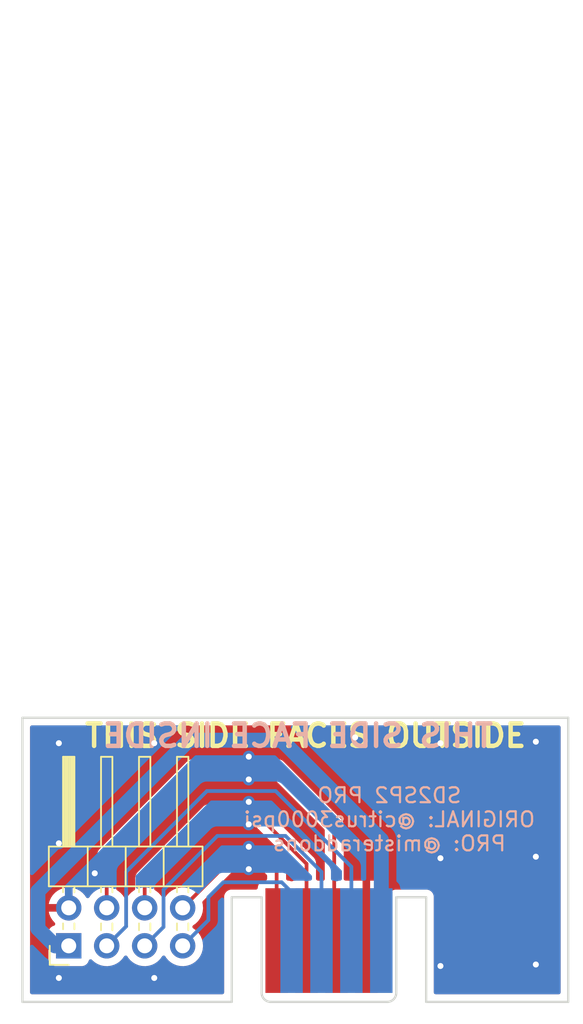
<source format=kicad_pcb>
(kicad_pcb (version 20211014) (generator pcbnew)
  (layers (0 "F.Cu" signal) (31 "B.Cu" signal) (34 "B.Paste" user) (35 "F.Paste" user) (36 "B.SilkS" user "B.Silkscreen") (37 "F.SilkS" user "F.Silkscreen") (38 "B.Mask" user) (39 "F.Mask" user) (44 "Edge.Cuts" user))
  (net 0 "")
  (net 1 "Net-(J1-Pad1)")
  (net 2 "Net-(J1-Pad3)")
  (net 3 "Net-(J1-Pad4)")
  (net 4 "Net-(J1-Pad5)")
  (net 5 "Net-(J1-Pad6)")
  (net 6 "Net-(J1-Pad7)")
  (net 7 "Net-(J1-Pad8)")
  (net 8 "/GND")
  (footprint "Connector_PinHeader_2.54mm:PinHeader_2x04_P2.54mm_Horizontal" (layer "F.Cu") (at 77.160286 116.25 90)
    (fp_text reference "J1")
    (fp_text value "Conn_02x04_Odd_Even")
    (fp_line (start -1.27 -1.27) (end 0 -1.27) (layer "F.SilkS") (width 0.12))
    (fp_line (start 12.64 -0.38) (end 12.64 0.38) (layer "F.SilkS") (width 0.12))
    (fp_line (start 12.64 2.92) (end 6.64 2.92) (layer "F.SilkS") (width 0.12))
    (fp_line (start 1.042929 7.24) (end 1.497071 7.24) (layer "F.SilkS") (width 0.12))
    (fp_line (start 3.98 6.35) (end 6.64 6.35) (layer "F.SilkS") (width 0.12))
    (fp_line (start 12.64 2.16) (end 12.64 2.92) (layer "F.SilkS") (width 0.12))
    (fp_line (start 6.64 0.28) (end 12.64 0.28) (layer "F.SilkS") (width 0.12))
    (fp_line (start -1.27 0) (end -1.27 -1.27) (layer "F.SilkS") (width 0.12))
    (fp_line (start 12.64 4.7) (end 12.64 5.46) (layer "F.SilkS") (width 0.12))
    (fp_line (start 3.582929 2.16) (end 3.98 2.16) (layer "F.SilkS") (width 0.12))
    (fp_line (start 3.98 3.81) (end 6.64 3.81) (layer "F.SilkS") (width 0.12))
    (fp_line (start 6.64 0.04) (end 12.64 0.04) (layer "F.SilkS") (width 0.12))
    (fp_line (start 6.64 -0.38) (end 12.64 -0.38) (layer "F.SilkS") (width 0.12))
    (fp_line (start 1.042929 2.92) (end 1.497071 2.92) (layer "F.SilkS") (width 0.12))
    (fp_line (start 12.64 8) (end 6.64 8) (layer "F.SilkS") (width 0.12))
    (fp_line (start 3.582929 4.7) (end 3.98 4.7) (layer "F.SilkS") (width 0.12))
    (fp_line (start 6.64 -0.2) (end 12.64 -0.2) (layer "F.SilkS") (width 0.12))
    (fp_line (start 3.582929 7.24) (end 3.98 7.24) (layer "F.SilkS") (width 0.12))
    (fp_line (start 3.98 8.95) (end 6.64 8.95) (layer "F.SilkS") (width 0.12))
    (fp_line (start 6.64 4.7) (end 12.64 4.7) (layer "F.SilkS") (width 0.12))
    (fp_line (start 3.582929 -0.38) (end 3.98 -0.38) (layer "F.SilkS") (width 0.12))
    (fp_line (start 6.64 8.95) (end 6.64 -1.33) (layer "F.SilkS") (width 0.12))
    (fp_line (start 6.64 7.24) (end 12.64 7.24) (layer "F.SilkS") (width 0.12))
    (fp_line (start 6.64 0.16) (end 12.64 0.16) (layer "F.SilkS") (width 0.12))
    (fp_line (start 1.042929 8) (end 1.497071 8) (layer "F.SilkS") (width 0.12))
    (fp_line (start 3.582929 0.38) (end 3.98 0.38) (layer "F.SilkS") (width 0.12))
    (fp_line (start 3.98 -1.33) (end 3.98 8.95) (layer "F.SilkS") (width 0.12))
    (fp_line (start 1.11 0.38) (end 1.497071 0.38) (layer "F.SilkS") (width 0.12))
    (fp_line (start 6.64 -0.08) (end 12.64 -0.08) (layer "F.SilkS") (width 0.12))
    (fp_line (start 12.64 5.46) (end 6.64 5.46) (layer "F.SilkS") (width 0.12))
    (fp_line (start 1.11 -0.38) (end 1.497071 -0.38) (layer "F.SilkS") (width 0.12))
    (fp_line (start 3.582929 5.46) (end 3.98 5.46) (layer "F.SilkS") (width 0.12))
    (fp_line (start 6.64 -1.33) (end 3.98 -1.33) (layer "F.SilkS") (width 0.12))
    (fp_line (start 1.042929 2.16) (end 1.497071 2.16) (layer "F.SilkS") (width 0.12))
    (fp_line (start 1.042929 5.46) (end 1.497071 5.46) (layer "F.SilkS") (width 0.12))
    (fp_line (start 12.64 7.24) (end 12.64 8) (layer "F.SilkS") (width 0.12))
    (fp_line (start 3.582929 2.92) (end 3.98 2.92) (layer "F.SilkS") (width 0.12))
    (fp_line (start 6.64 -0.32) (end 12.64 -0.32) (layer "F.SilkS") (width 0.12))
    (fp_line (start 3.98 1.27) (end 6.64 1.27) (layer "F.SilkS") (width 0.12))
    (fp_line (start 3.582929 8) (end 3.98 8) (layer "F.SilkS") (width 0.12))
    (fp_line (start 12.64 0.38) (end 6.64 0.38) (layer "F.SilkS") (width 0.12))
    (fp_line (start 1.042929 4.7) (end 1.497071 4.7) (layer "F.SilkS") (width 0.12))
    (fp_line (start 6.64 2.16) (end 12.64 2.16) (layer "F.SilkS") (width 0.12))
    (pad "1" thru_hole rect locked (at 0 0 90) (size 1.7 1.7) (drill 1) (layers *.Cu *.Mask) (net 1 "Net-(J1-Pad1)"))
    (pad "2" thru_hole oval locked (at 2.54 0 90) (size 1.7 1.7) (drill 1) (layers *.Cu *.Mask) (net 8 "/GND"))
    (pad "3" thru_hole oval locked (at 0 2.54 90) (size 1.7 1.7) (drill 1) (layers *.Cu *.Mask) (net 2 "Net-(J1-Pad3)"))
    (pad "4" thru_hole oval locked (at 2.54 2.54 90) (size 1.7 1.7) (drill 1) (layers *.Cu *.Mask) (net 3 "Net-(J1-Pad4)"))
    (pad "5" thru_hole oval locked (at 0 5.08 90) (size 1.7 1.7) (drill 1) (layers *.Cu *.Mask) (net 4 "Net-(J1-Pad5)"))
    (pad "6" thru_hole oval locked (at 2.54 5.08 90) (size 1.7 1.7) (drill 1) (layers *.Cu *.Mask) (net 5 "Net-(J1-Pad6)"))
    (pad "7" thru_hole oval locked (at 0 7.62 90) (size 1.7 1.7) (drill 1) (layers *.Cu *.Mask) (net 6 "Net-(J1-Pad7)"))
    (pad "8" thru_hole oval locked (at 2.54 7.62 90) (size 1.7 1.7) (drill 1) (layers *.Cu *.Mask) (net 7 "Net-(J1-Pad8)"))
  )
  (footprint "gc_sp2:SP2_FootPrint" (layer "B.Cu") (at 98.064286 115.9 180)
    (fp_text reference "P1")
    (fp_text value "SerialPort")
    (pad "1" smd rect locked (at 0 0 180) (size 1.5 7) (layers "B.Cu" "B.Paste" "B.Mask") (net 1 "Net-(J1-Pad1)"))
    (pad "2" smd rect locked (at 1 0 180) (size 1.5 7) (layers "F.Cu" "F.Paste" "F.Mask") (net 8 "/GND"))
    (pad "3" smd rect locked (at 2 0 180) (size 1.5 7) (layers "B.Cu" "B.Paste" "B.Mask") (net 2 "Net-(J1-Pad3)"))
    (pad "4" smd rect locked (at 3 0 180) (size 1.5 7) (layers "F.Cu" "F.Paste" "F.Mask") (net 3 "Net-(J1-Pad4)"))
    (pad "5" smd rect locked (at 4 0 180) (size 1.5 7) (layers "B.Cu" "B.Paste" "B.Mask") (net 4 "Net-(J1-Pad5)"))
    (pad "6" smd rect locked (at 5 0 180) (size 1.5 7) (layers "F.Cu" "F.Paste" "F.Mask") (net 5 "Net-(J1-Pad6)"))
    (pad "7" smd rect locked (at 6 0 180) (size 1.5 7) (layers "B.Cu" "B.Paste" "B.Mask") (net 6 "Net-(J1-Pad7)"))
    (pad "8" smd rect locked (at 7 0 180) (size 1.5 7) (layers "F.Cu" "F.Paste" "F.Mask") (net 7 "Net-(J1-Pad8)"))
  )
  (gr_arc (start 99.064286 119.4) (mid 98.88855 119.824264) (end 98.464286 120) (layer "Edge.Cuts") (width 0.15))
  (gr_line (start 88.064286 120) (end 74.064286 120) (layer "Edge.Cuts") (width 0.15))
  (gr_line (start 90.664286 120) (end 98.464286 120) (layer "Edge.Cuts") (width 0.15))
  (gr_arc (start 90.664286 120) (mid 90.240022 119.824264) (end 90.064286 119.4) (layer "Edge.Cuts") (width 0.15))
  (gr_line (start 101.064286 113) (end 101.064286 120) (layer "Edge.Cuts") (width 0.15))
  (gr_line (start 110.564286 101) (end 110.564286 120) (layer "Edge.Cuts") (width 0.15))
  (gr_line (start 90.064286 119.4) (end 90.064286 113) (layer "Edge.Cuts") (width 0.15))
  (gr_line (start 99.064286 113) (end 101.064286 113) (layer "Edge.Cuts") (width 0.15))
  (gr_line (start 74.064286 120) (end 74.064286 101) (layer "Edge.Cuts") (width 0.15))
  (gr_line (start 101.064286 120) (end 110.564286 120) (layer "Edge.Cuts") (width 0.15))
  (gr_line (start 74.064286 101) (end 110.564286 101) (layer "Edge.Cuts") (width 0.15))
  (gr_line (start 99.064286 119.4) (end 99.064286 113) (layer "Edge.Cuts") (width 0.15))
  (gr_line (start 88.064286 113) (end 90.064286 113) (layer "Edge.Cuts") (width 0.15))
  (gr_line (start 88.064286 113) (end 88.064286 120) (layer "Edge.Cuts") (width 0.15))
  (gr_text "THIS SIDE FACE INSIDE" (at 92.5 102.2) (layer "B.SilkS") (effects (font (size 1.5 1.5) (thickness 0.3)) (justify mirror)))
  (gr_text "SD2SP2 PRO\nORIGINAL: @citrus3000psi\nPRO: @misteraddons" (at 98.6 107.8) (layer "B.SilkS") (effects (font (size 1 1)) (justify mirror)))
  (gr_text "THIS SIDE FACES OUTSIDE" (at 93 102.2) (layer "F.SilkS") (effects (font (size 1.5 1.5) (thickness 0.3))))
  (segment (start 83 104.7) (end 75.1 112.6) (width 1) (layer "B.Cu") (net 1))
  (segment (start 91.4 102.5) (end 85.2 102.5) (width 1) (layer "B.Cu") (net 1))
  (segment (start 85.2 102.5) (end 83.1 104.6) (width 1) (layer "B.Cu") (net 1))
  (segment (start 76.25 116.25) (end 77.160286 116.25) (width 1) (layer "B.Cu") (net 1))
  (segment (start 98.064286 115.9) (end 98.064286 109.164286) (width 1) (layer "B.Cu") (net 1))
  (segment (start 75.1 112.6) (end 75.1 115.1) (width 1) (layer "B.Cu") (net 1))
  (segment (start 75.1 115.1) (end 76.25 116.25) (width 1) (layer "B.Cu") (net 1))
  (segment (start 98.064286 109.164286) (end 91.4 102.5) (width 1) (layer "B.Cu") (net 1))
  (segment (start 96.064286 110.964286) (end 91 105.9) (width 0.25) (layer "B.Cu") (net 2))
  (segment (start 96.064286 115.9) (end 96.064286 110.964286) (width 0.25) (layer "B.Cu") (net 2))
  (segment (start 91 105.9) (end 86.4 105.9) (width 0.25) (layer "B.Cu") (net 2))
  (segment (start 81 114.950286) (end 79.700286 116.25) (width 0.25) (layer "B.Cu") (net 2))
  (segment (start 81 111.3) (end 81 114.950286) (width 0.25) (layer "B.Cu") (net 2))
  (segment (start 86.4 105.9) (end 81 111.3) (width 0.25) (layer "B.Cu") (net 2))
  (segment (start 79.700286 110.199714) (end 85.5 104.4) (width 0.25) (layer "F.Cu") (net 3))
  (segment (start 94.915489 108.215489) (end 94.915489 115.751203) (width 0.25) (layer "F.Cu") (net 3))
  (segment (start 79.700286 113.71) (end 79.700286 110.199714) (width 0.25) (layer "F.Cu") (net 3))
  (segment (start 91.1 104.4) (end 94.915489 108.215489) (width 0.25) (layer "F.Cu") (net 3))
  (segment (start 85.5 104.4) (end 91.1 104.4) (width 0.25) (layer "F.Cu") (net 3))
  (segment (start 94.064286 115.9) (end 94.064286 111.307143) (width 0.25) (layer "B.Cu") (net 4))
  (segment (start 87.1 108.9) (end 83.5 112.5) (width 0.25) (layer "B.Cu") (net 4))
  (segment (start 83.5 112.5) (end 83.5 114.990286) (width 0.25) (layer "B.Cu") (net 4))
  (segment (start 94.064286 111.307143) (end 91.657143 108.9) (width 0.25) (layer "B.Cu") (net 4))
  (segment (start 91.657143 108.9) (end 87.1 108.9) (width 0.25) (layer "B.Cu") (net 4))
  (segment (start 83.5 114.990286) (end 82.240286 116.25) (width 0.25) (layer "B.Cu") (net 4))
  (segment (start 93.064286 110.764286) (end 93.064286 115.9) (width 0.25) (layer "F.Cu") (net 5))
  (segment (start 82.240286 113.71) (end 82.240286 111.759714) (width 0.25) (layer "F.Cu") (net 5))
  (segment (start 86.6 107.4) (end 89.7 107.4) (width 0.25) (layer "F.Cu") (net 5))
  (segment (start 89.7 107.4) (end 93.064286 110.764286) (width 0.25) (layer "F.Cu") (net 5))
  (segment (start 82.240286 111.759714) (end 86.6 107.4) (width 0.25) (layer "F.Cu") (net 5))
  (segment (start 92.064286 115.9) (end 92.064286 112.664286) (width 0.25) (layer "B.Cu") (net 6))
  (segment (start 92.064286 112.664286) (end 91.4 112) (width 0.25) (layer "B.Cu") (net 6))
  (segment (start 86.5 114.530286) (end 84.780286 116.25) (width 0.25) (layer "B.Cu") (net 6))
  (segment (start 87.5 112) (end 86.5 113) (width 0.25) (layer "B.Cu") (net 6))
  (segment (start 86.5 113) (end 86.5 114.530286) (width 0.25) (layer "B.Cu") (net 6))
  (segment (start 91.4 112) (end 87.5 112) (width 0.25) (layer "B.Cu") (net 6))
  (segment (start 90.2 110.4) (end 91.064286 111.264286) (width 0.25) (layer "F.Cu") (net 7))
  (segment (start 88.090286 110.4) (end 90.2 110.4) (width 0.25) (layer "F.Cu") (net 7))
  (segment (start 84.780286 113.71) (end 88.090286 110.4) (width 0.25) (layer "F.Cu") (net 7))
  (segment (start 91.064286 111.264286) (end 91.064286 115.9) (width 0.25) (layer "F.Cu") (net 7))
  (via (at 96.314286 102.31364) (size 0.8) (drill 0.4) (layers "F.Cu" "B.Cu") (net 8))
  (via (at 82.88 118.4) (size 0.8) (drill 0.4) (layers "F.Cu" "B.Cu") (net 8))
  (via (at 78.9 111.4) (size 0.8) (drill 0.4) (layers "F.Cu" "B.Cu") (net 8))
  (via (at 108.4 110.2908) (size 0.8) (drill 0.4) (layers "F.Cu" "B.Cu") (net 8))
  (via (at 102.02 117.6) (size 0.8) (drill 0.4) (layers "F.Cu" "B.Cu") (net 8))
  (via (at 89.2 106.6245) (size 0.8) (drill 0.4) (layers "F.Cu" "B.Cu") (net 8))
  (via (at 89.2 109.6245) (size 0.8) (drill 0.4) (layers "F.Cu" "B.Cu") (net 8))
  (via (at 108.4 102.6) (size 0.8) (drill 0.4) (layers "F.Cu" "B.Cu") (net 8))
  (via (at 102.02 102.7) (size 0.8) (drill 0.4) (layers "F.Cu" "B.Cu") (net 8))
  (via (at 76.5 102.7) (size 0.8) (drill 0.4) (layers "F.Cu" "B.Cu") (net 8))
  (via (at 89.2 103.5995) (size 0.8) (drill 0.4) (layers "F.Cu" "B.Cu") (net 8))
  (via (at 89.2 105.1245) (size 0.8) (drill 0.4) (layers "F.Cu" "B.Cu") (net 8))
  (via (at 89.2 111.1245) (size 0.8) (drill 0.4) (layers "F.Cu" "B.Cu") (net 8))
  (via (at 89.2 108.1245) (size 0.8) (drill 0.4) (layers "F.Cu" "B.Cu") (net 8))
  (via (at 76.5 118.4) (size 0.8) (drill 0.4) (layers "F.Cu" "B.Cu") (net 8))
  (via (at 76.5 109.396549) (size 0.8) (drill 0.4) (layers "F.Cu" "B.Cu") (net 8))
  (via (at 108.4 117.5) (size 0.8) (drill 0.4) (layers "F.Cu" "B.Cu") (net 8))
  (via (at 82.88 102.7) (size 0.8) (drill 0.4) (layers "F.Cu" "B.Cu") (net 8))
  (via (at 102.02 110.3908) (size 0.8) (drill 0.4) (layers "F.Cu" "B.Cu") (net 8))
  (zone (net 8) (net_name "/GND") (layers F&B.Cu) (connect_pads (clearance 0.508)) (min_thickness 0.254) (fill yes (thermal_gap 0.508) (thermal_bridge_width 0.508))
    (polygon (pts (xy 72.564286 121) (xy 111.564286 121) (xy 111.564286 53) (xy 72.564286 53)))
  )
)
</source>
